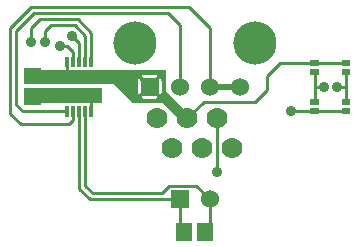
<source format=gbr>
G04 start of page 2 for group 0 idx 0 *
G04 Title: (unknown), component *
G04 Creator: pcb 20110918 *
G04 CreationDate: Mon 04 Feb 2013 03:29:12 AM GMT UTC *
G04 For: petersen *
G04 Format: Gerber/RS-274X *
G04 PCB-Dimensions: 175000 175000 *
G04 PCB-Coordinate-Origin: lower left *
%MOIN*%
%FSLAX25Y25*%
%LNTOP*%
%ADD23C,0.1280*%
%ADD22C,0.0350*%
%ADD21C,0.0380*%
%ADD20C,0.0360*%
%ADD19R,0.0197X0.0197*%
%ADD18R,0.0117X0.0117*%
%ADD17R,0.0512X0.0512*%
%ADD16C,0.1440*%
%ADD15C,0.0700*%
%ADD14C,0.0600*%
%ADD13C,0.0200*%
%ADD12C,0.0100*%
%ADD11C,0.0001*%
G54D11*G36*
X78000Y93000D02*Y82000D01*
X76000D01*
Y84998D01*
X76078Y85005D01*
X76155Y85023D01*
X76228Y85053D01*
X76295Y85094D01*
X76355Y85145D01*
X76406Y85205D01*
X76447Y85272D01*
X76477Y85345D01*
X76495Y85422D01*
X76500Y85500D01*
Y89500D01*
X76495Y89578D01*
X76477Y89655D01*
X76447Y89728D01*
X76406Y89795D01*
X76355Y89855D01*
X76295Y89906D01*
X76228Y89947D01*
X76155Y89977D01*
X76078Y89995D01*
X76000Y90002D01*
Y93000D01*
X78000D01*
G37*
G36*
X76000Y82000D02*X72500D01*
Y83500D01*
X74500D01*
X74578Y83505D01*
X74655Y83523D01*
X74728Y83553D01*
X74795Y83594D01*
X74855Y83645D01*
X74906Y83705D01*
X74947Y83772D01*
X74977Y83845D01*
X74995Y83922D01*
X75002Y84000D01*
X74995Y84078D01*
X74977Y84155D01*
X74947Y84228D01*
X74906Y84295D01*
X74855Y84355D01*
X74795Y84406D01*
X74728Y84447D01*
X74655Y84477D01*
X74578Y84495D01*
X74500Y84500D01*
X72500D01*
Y90500D01*
X74500D01*
X74578Y90505D01*
X74655Y90523D01*
X74728Y90553D01*
X74795Y90594D01*
X74855Y90645D01*
X74906Y90705D01*
X74947Y90772D01*
X74977Y90845D01*
X74995Y90922D01*
X75002Y91000D01*
X74995Y91078D01*
X74977Y91155D01*
X74947Y91228D01*
X74906Y91295D01*
X74855Y91355D01*
X74795Y91406D01*
X74728Y91447D01*
X74655Y91477D01*
X74578Y91495D01*
X74500Y91500D01*
X72500D01*
Y93000D01*
X76000D01*
Y90002D01*
X75922Y89995D01*
X75845Y89977D01*
X75772Y89947D01*
X75705Y89906D01*
X75645Y89855D01*
X75594Y89795D01*
X75553Y89728D01*
X75523Y89655D01*
X75505Y89578D01*
X75500Y89500D01*
Y85500D01*
X75505Y85422D01*
X75523Y85345D01*
X75553Y85272D01*
X75594Y85205D01*
X75645Y85145D01*
X75705Y85094D01*
X75772Y85053D01*
X75845Y85023D01*
X75922Y85005D01*
X76000Y84998D01*
Y82000D01*
G37*
G36*
X72500D02*X69000D01*
Y84998D01*
X69078Y85005D01*
X69155Y85023D01*
X69228Y85053D01*
X69295Y85094D01*
X69355Y85145D01*
X69406Y85205D01*
X69447Y85272D01*
X69477Y85345D01*
X69495Y85422D01*
X69500Y85500D01*
Y89500D01*
X69495Y89578D01*
X69477Y89655D01*
X69447Y89728D01*
X69406Y89795D01*
X69355Y89855D01*
X69295Y89906D01*
X69228Y89947D01*
X69155Y89977D01*
X69078Y89995D01*
X69000Y90002D01*
Y93000D01*
X72500D01*
Y91500D01*
X70500D01*
X70422Y91495D01*
X70345Y91477D01*
X70272Y91447D01*
X70205Y91406D01*
X70145Y91355D01*
X70094Y91295D01*
X70053Y91228D01*
X70023Y91155D01*
X70005Y91078D01*
X69998Y91000D01*
X70005Y90922D01*
X70023Y90845D01*
X70053Y90772D01*
X70094Y90705D01*
X70145Y90645D01*
X70205Y90594D01*
X70272Y90553D01*
X70345Y90523D01*
X70422Y90505D01*
X70500Y90500D01*
X72500D01*
Y84500D01*
X70500D01*
X70422Y84495D01*
X70345Y84477D01*
X70272Y84447D01*
X70205Y84406D01*
X70145Y84355D01*
X70094Y84295D01*
X70053Y84228D01*
X70023Y84155D01*
X70005Y84078D01*
X69998Y84000D01*
X70005Y83922D01*
X70023Y83845D01*
X70053Y83772D01*
X70094Y83705D01*
X70145Y83645D01*
X70205Y83594D01*
X70272Y83553D01*
X70345Y83523D01*
X70422Y83505D01*
X70500Y83500D01*
X72500D01*
Y82000D01*
G37*
G36*
X69000D02*X67000D01*
Y93000D01*
X69000D01*
Y90002D01*
X68922Y89995D01*
X68845Y89977D01*
X68772Y89947D01*
X68705Y89906D01*
X68645Y89855D01*
X68594Y89795D01*
X68553Y89728D01*
X68523Y89655D01*
X68505Y89578D01*
X68500Y89500D01*
Y85500D01*
X68505Y85422D01*
X68523Y85345D01*
X68553Y85272D01*
X68594Y85205D01*
X68645Y85145D01*
X68705Y85094D01*
X68772Y85053D01*
X68845Y85023D01*
X68922Y85005D01*
X69000Y84998D01*
Y82000D01*
G37*
G36*
X67000D02*X60500Y88500D01*
Y89500D01*
X68000D01*
Y82000D01*
X67000D01*
G37*
G36*
X81500Y82500D02*X79000Y80000D01*
X75001Y83999D01*
X75002Y84000D01*
X74995Y84078D01*
X74977Y84155D01*
X74947Y84228D01*
X74906Y84295D01*
X74855Y84355D01*
X74795Y84406D01*
X74728Y84447D01*
X74655Y84477D01*
X74578Y84495D01*
X74500Y84500D01*
X74000Y85000D01*
X75500Y86500D01*
Y85500D01*
X75505Y85422D01*
X75523Y85345D01*
X75553Y85272D01*
X75594Y85205D01*
X75645Y85145D01*
X75705Y85094D01*
X75772Y85053D01*
X75845Y85023D01*
X75922Y85005D01*
X76000Y84998D01*
X76078Y85005D01*
X76155Y85023D01*
X76228Y85053D01*
X76295Y85094D01*
X76355Y85145D01*
X76406Y85205D01*
X76447Y85272D01*
X76477Y85345D01*
X76495Y85422D01*
X76500Y85500D01*
Y87500D01*
X76500Y87500D01*
X81500Y82500D01*
G37*
G36*
X85000Y79000D02*X82500Y76500D01*
X77500Y81500D01*
X80000Y84000D01*
X85000Y79000D01*
G37*
G36*
X30500Y87000D02*X56500D01*
Y82000D01*
X30500D01*
Y87000D01*
G37*
G36*
Y88500D02*Y93000D01*
X69500D01*
Y88500D01*
X69500D01*
Y89500D01*
X69495Y89578D01*
X69477Y89655D01*
X69447Y89728D01*
X69406Y89795D01*
X69355Y89855D01*
X69295Y89906D01*
X69228Y89947D01*
X69155Y89977D01*
X69078Y89995D01*
X69000Y90002D01*
X68922Y89995D01*
X68845Y89977D01*
X68772Y89947D01*
X68705Y89906D01*
X68645Y89855D01*
X68594Y89795D01*
X68553Y89728D01*
X68523Y89655D01*
X68505Y89578D01*
X68500Y89500D01*
Y88500D01*
X30500D01*
G37*
G54D12*X95000Y77500D02*Y59000D01*
X90500Y82500D02*X85000Y77000D01*
X88000Y54500D02*X92500Y50000D01*
Y39000D01*
X82500Y50000D02*Y39000D01*
X52500Y50000D02*X82500D01*
X53500Y52000D02*X76500D01*
X79000Y54500D01*
X88000D01*
X49000Y79254D02*Y53500D01*
X50970Y79254D02*Y54530D01*
X49000Y53500D02*X52500Y50000D01*
X50970Y54530D02*X53500Y52000D01*
X92500Y107000D02*X85500Y114000D01*
X78500Y112000D02*X82500Y108000D01*
Y87500D01*
G54D13*X92500D02*X102500D01*
G54D12*X92500Y107000D02*Y87500D01*
X90500Y82500D02*X107500D01*
X45060Y95746D02*Y91000D01*
X52940Y84000D02*Y79254D01*
X26000Y78500D02*X29500Y75000D01*
X30246Y79254D02*X45060D01*
X30246D02*X28000Y81500D01*
X47030Y79254D02*Y76530D01*
X45500Y75000D01*
X29500D02*X45500D01*
X28000Y106000D02*Y81500D01*
X33000Y114000D02*X26000Y107000D01*
Y78500D01*
X28000Y106000D02*X34000Y112000D01*
X52940Y105560D02*Y95746D01*
Y105560D02*X48500Y110000D01*
X50970Y104530D02*Y95746D01*
Y104530D02*X47500Y108000D01*
X49000Y102000D02*Y95746D01*
Y102000D02*X46500Y104500D01*
X33000Y107000D02*Y102500D01*
X47030Y98970D02*Y95746D01*
Y98970D02*X45000Y101000D01*
X42500D02*X45000D01*
X39500Y108000D02*X37500Y106000D01*
Y102500D01*
X33000Y114000D02*X85500D01*
X34000Y112000D02*X78500D01*
X39500Y108000D02*X47500D01*
X36000Y110000D02*X48500D01*
X36000D02*X33000Y107000D01*
X127532Y79500D02*X138000D01*
Y92500D02*Y82468D01*
X127500Y92500D02*Y82500D01*
X135000Y87500D02*X138000D01*
X127500D02*X130500D01*
X127532Y79500D02*X127500Y79532D01*
X119532D02*X127500D01*
X119532D02*X119500Y79500D01*
X115968Y95468D02*X138000D01*
X115968D02*X111500Y91000D01*
Y86500D01*
X107500Y82500D01*
G54D11*G36*
X69500Y90500D02*Y84500D01*
X75500D01*
Y90500D01*
X69500D01*
G37*
G54D14*X82500Y87500D03*
X92500D03*
X102500D03*
G54D11*G36*
X79500Y53000D02*Y47000D01*
X85500D01*
Y53000D01*
X79500D01*
G37*
G54D14*X92500Y50000D03*
G54D15*X100000Y67000D03*
X90000D03*
X95000Y77000D03*
G54D16*X107500Y102000D03*
G54D15*X85000Y77000D03*
X80000Y67000D03*
X75000Y77000D03*
G54D16*X67500Y102000D03*
G54D17*X83957Y39393D02*Y38607D01*
X91043Y39393D02*Y38607D01*
G54D18*X52940Y96895D02*Y94597D01*
G54D19*X127107Y95468D02*X127893D01*
X127107Y92500D02*X127893D01*
X137607Y95468D02*X138393D01*
X137607Y92500D02*X138393D01*
X137607Y79500D02*X138393D01*
X137607Y82468D02*X138393D01*
X127107Y79532D02*X127893D01*
X127107Y82500D02*X127893D01*
G54D18*X45060Y80403D02*Y78105D01*
X47030Y80403D02*Y78105D01*
X49000Y80403D02*Y78105D01*
X50970Y80403D02*Y78105D01*
X52940Y80403D02*Y78105D01*
X50970Y96895D02*Y94597D01*
X49000Y96895D02*Y94597D01*
X47030Y96895D02*Y94597D01*
X45060Y96895D02*Y94597D01*
G54D17*X33064Y91043D02*X33850D01*
X33064Y83957D02*X33850D01*
G54D20*X53000Y84500D03*
X47500D03*
X46500Y104500D03*
X42500Y101000D03*
X37500Y102500D03*
X33000D03*
X95000Y59000D03*
X119500Y79500D03*
X130500Y87500D03*
X135000D03*
G54D13*G54D21*G54D22*G54D23*G54D22*G54D23*M02*

</source>
